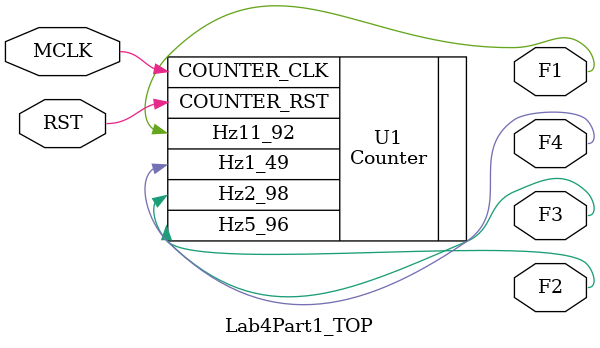
<source format=v>
`timescale 1ns / 1ps
/* **********************************************************************************
*	Module name: Lab4-Part1_TOP.v
*	Description: Top module for Part 1 of Lab 4. All connections and instantiations
*					 for all Verliog modules are performed here.
*
*	Author				Date						Revision		Comments	
*************************************************************************************
*	Leonardo Fusser	25 October 2021		v1.0.0		Created Lab4-Part1_TOP.v file.
*	Leonardo Fusser	8 November 2021		v1.0.1		Completed Lab4-Part1_TOP.v file.
*
*************************************************************************************/


/*Lab4 (Part1) TOP module*/
module Lab4Part1_TOP(
	 input MCLK,RST,		//RST and MCLK inputs.
	 output	F1,F2,F3,F4	//CLK-divide outputs.
    );

	 /*Counter module instantiation*/
	 Counter U1(
	 .COUNTER_CLK(MCLK),	//Connects to MCLK.
	 .COUNTER_RST(RST),	//Connects to RST.
	 .Hz11_92(F1),	//Connects to F1.
	 .Hz5_96(F2),	//Connects to F2.
	 .Hz2_98(F3),	//Connects to F3.
	 .Hz1_49(F4)	//Connects to F4.
	 );
	 
endmodule

</source>
